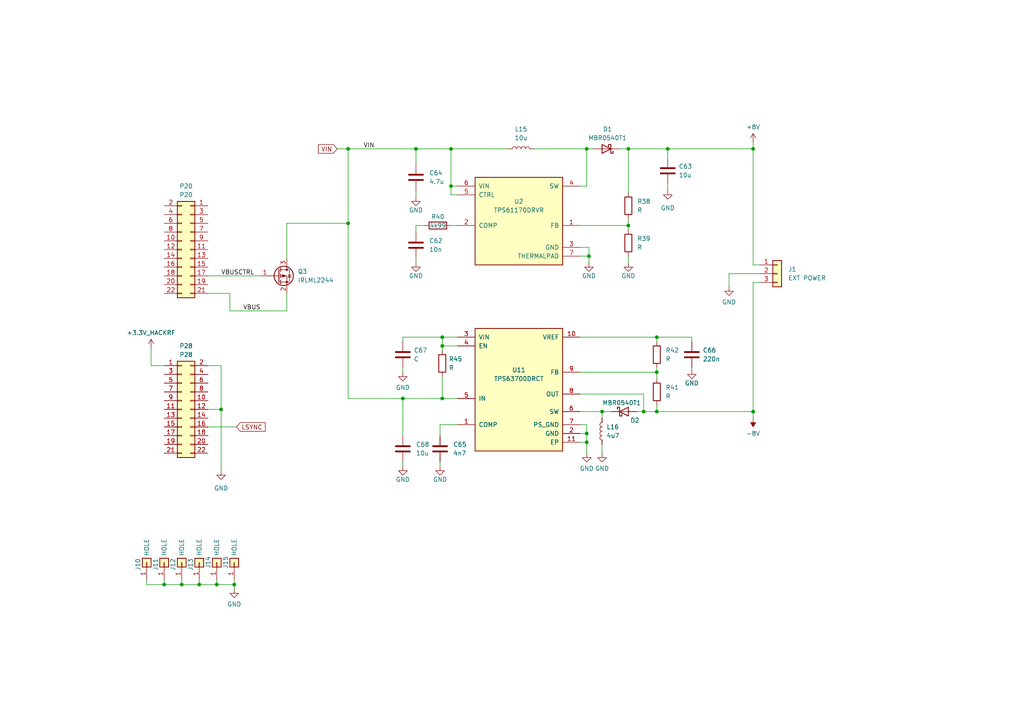
<source format=kicad_sch>
(kicad_sch (version 20230121) (generator eeschema)
  (paper "A4")
  (title_block (title "${TITLE}") (date "${DATE}") (rev "${VERSION}") (company "${COPYRIGHT}") (comment 1 "${LICENSE}") (comment 2 "POWER SUPPLY"))
  (lib_symbols
    (symbol "+3.3v_hackrf:+3.3V_HACKRF" (power) (pin_names (offset 0))
      (property "Value" "+3.3V_HACKRF" (at 0 5.08 0))
      (symbol "+3.3V_HACKRF_0_1"
        (polyline (pts (xy -0.762 1.27) (xy 0 2.54)))
        (polyline (pts (xy 0 0) (xy 0 2.54)))
        (polyline (pts (xy 0 2.54) (xy 0.762 1.27)))
      )
      (symbol "+3.3V_HACKRF_1_0"
        (pin power_in line (at 0 0 90) (length 0) hide (name "+3.3V_HACKRF") (number "1"))
      )
    )
    (symbol "Connector_Generic:Conn_01x01" (pin_names (offset 1.016) hide)
      (property "Reference" "J" (at 0 2.54 0))
      (property "Value" "Conn_01x01" (at 0 -2.54 0))
      (symbol "Conn_01x01_1_1"
        (rectangle (start -1.27 0.127) (end 0 -0.127) (stroke (width 0.1524)))
        (rectangle (start -1.27 1.27) (end 1.27 -1.27) (stroke (width 0.254)) (fill (type background)))
        (pin passive line (at -5.08 0 0) (length 3.81) (name "Pin_1") (number "1"))
      )
    )
    (symbol "Connector_Generic:Conn_01x03" (pin_names (offset 1.016) hide)
      (property "Reference" "J" (at 0 5.08 0))
      (property "Value" "Conn_01x03" (at 0 -5.08 0))
      (symbol "Conn_01x03_1_1"
        (rectangle (start -1.27 -2.413) (end 0 -2.667) (stroke (width 0.1524)))
        (rectangle (start -1.27 0.127) (end 0 -0.127) (stroke (width 0.1524)))
        (rectangle (start -1.27 2.667) (end 0 2.413) (stroke (width 0.1524)))
        (rectangle (start -1.27 3.81) (end 1.27 -3.81) (stroke (width 0.254)) (fill (type background)))
        (pin passive line (at -5.08 2.54 0) (length 3.81) (name "Pin_1") (number "1"))
        (pin passive line (at -5.08 0 0) (length 3.81) (name "Pin_2") (number "2"))
        (pin passive line (at -5.08 -2.54 0) (length 3.81) (name "Pin_3") (number "3"))
      )
    )
    (symbol "Connector_Generic:Conn_02x11_Odd_Even" (pin_names (offset 1.016) hide)
      (property "Reference" "J" (at 1.27 15.24 0))
      (property "Value" "Conn_02x11_Odd_Even" (at 1.27 -15.24 0))
      (symbol "Conn_02x11_Odd_Even_1_1"
        (rectangle (start -1.27 -12.573) (end 0 -12.827) (stroke (width 0.1524)))
        (rectangle (start -1.27 -10.033) (end 0 -10.287) (stroke (width 0.1524)))
        (rectangle (start -1.27 -7.493) (end 0 -7.747) (stroke (width 0.1524)))
        (rectangle (start -1.27 -4.953) (end 0 -5.207) (stroke (width 0.1524)))
        (rectangle (start -1.27 -2.413) (end 0 -2.667) (stroke (width 0.1524)))
        (rectangle (start -1.27 0.127) (end 0 -0.127) (stroke (width 0.1524)))
        (rectangle (start -1.27 2.667) (end 0 2.413) (stroke (width 0.1524)))
        (rectangle (start -1.27 5.207) (end 0 4.953) (stroke (width 0.1524)))
        (rectangle (start -1.27 7.747) (end 0 7.493) (stroke (width 0.1524)))
        (rectangle (start -1.27 10.287) (end 0 10.033) (stroke (width 0.1524)))
        (rectangle (start -1.27 12.827) (end 0 12.573) (stroke (width 0.1524)))
        (rectangle (start -1.27 13.97) (end 3.81 -13.97) (stroke (width 0.254)) (fill (type background)))
        (rectangle (start 3.81 -12.573) (end 2.54 -12.827) (stroke (width 0.1524)))
        (rectangle (start 3.81 -10.033) (end 2.54 -10.287) (stroke (width 0.1524)))
        (rectangle (start 3.81 -7.493) (end 2.54 -7.747) (stroke (width 0.1524)))
        (rectangle (start 3.81 -4.953) (end 2.54 -5.207) (stroke (width 0.1524)))
        (rectangle (start 3.81 -2.413) (end 2.54 -2.667) (stroke (width 0.1524)))
        (rectangle (start 3.81 0.127) (end 2.54 -0.127) (stroke (width 0.1524)))
        (rectangle (start 3.81 2.667) (end 2.54 2.413) (stroke (width 0.1524)))
        (rectangle (start 3.81 5.207) (end 2.54 4.953) (stroke (width 0.1524)))
        (rectangle (start 3.81 7.747) (end 2.54 7.493) (stroke (width 0.1524)))
        (rectangle (start 3.81 10.287) (end 2.54 10.033) (stroke (width 0.1524)))
        (rectangle (start 3.81 12.827) (end 2.54 12.573) (stroke (width 0.1524)))
        (pin passive line (at -5.08 12.7 0) (length 3.81) (name "Pin_1") (number "1"))
        (pin passive line (at 7.62 2.54 180) (length 3.81) (name "Pin_10") (number "10"))
        (pin passive line (at -5.08 0 0) (length 3.81) (name "Pin_11") (number "11"))
        (pin passive line (at 7.62 0 180) (length 3.81) (name "Pin_12") (number "12"))
        (pin passive line (at -5.08 -2.54 0) (length 3.81) (name "Pin_13") (number "13"))
        (pin passive line (at 7.62 -2.54 180) (length 3.81) (name "Pin_14") (number "14"))
        (pin passive line (at -5.08 -5.08 0) (length 3.81) (name "Pin_15") (number "15"))
        (pin passive line (at 7.62 -5.08 180) (length 3.81) (name "Pin_16") (number "16"))
        (pin passive line (at -5.08 -7.62 0) (length 3.81) (name "Pin_17") (number "17"))
        (pin passive line (at 7.62 -7.62 180) (length 3.81) (name "Pin_18") (number "18"))
        (pin passive line (at -5.08 -10.16 0) (length 3.81) (name "Pin_19") (number "19"))
        (pin passive line (at 7.62 12.7 180) (length 3.81) (name "Pin_2") (number "2"))
        (pin passive line (at 7.62 -10.16 180) (length 3.81) (name "Pin_20") (number "20"))
        (pin passive line (at -5.08 -12.7 0) (length 3.81) (name "Pin_21") (number "21"))
        (pin passive line (at 7.62 -12.7 180) (length 3.81) (name "Pin_22") (number "22"))
        (pin passive line (at -5.08 10.16 0) (length 3.81) (name "Pin_3") (number "3"))
        (pin passive line (at 7.62 10.16 180) (length 3.81) (name "Pin_4") (number "4"))
        (pin passive line (at -5.08 7.62 0) (length 3.81) (name "Pin_5") (number "5"))
        (pin passive line (at 7.62 7.62 180) (length 3.81) (name "Pin_6") (number "6"))
        (pin passive line (at -5.08 5.08 0) (length 3.81) (name "Pin_7") (number "7"))
        (pin passive line (at 7.62 5.08 180) (length 3.81) (name "Pin_8") (number "8"))
        (pin passive line (at -5.08 2.54 0) (length 3.81) (name "Pin_9") (number "9"))
      )
    )
    (symbol "Device:C" (pin_numbers hide) (pin_names (offset 0.254))
      (property "Reference" "C" (at 0.635 2.54 0))
      (property "Value" "C" (at 0.635 -2.54 0))
      (symbol "C_0_1"
        (polyline (pts (xy -2.032 -0.762) (xy 2.032 -0.762)) (stroke (width 0.508)))
        (polyline (pts (xy -2.032 0.762) (xy 2.032 0.762)) (stroke (width 0.508)))
      )
      (symbol "C_1_1"
        (pin passive line (at 0 3.81 270) (length 2.794) (name "~") (number "1"))
        (pin passive line (at 0 -3.81 90) (length 2.794) (name "~") (number "2"))
      )
    )
    (symbol "Device:D_Schottky" (pin_numbers hide) (pin_names (offset 1.016) hide)
      (property "Reference" "D" (at 0 2.54 0))
      (property "Value" "D_Schottky" (at 0 -2.54 0))
      (symbol "D_Schottky_0_1"
        (polyline (pts (xy 1.27 0) (xy -1.27 0)))
        (polyline (pts (xy 1.27 1.27) (xy 1.27 -1.27) (xy -1.27 0) (xy 1.27 1.27)) (stroke (width 0.254)))
        (polyline (pts (xy -1.905 0.635) (xy -1.905 1.27) (xy -1.27 1.27) (xy -1.27 -1.27) (xy -0.635 -1.27) (xy -0.635 -0.635)) (stroke (width 0.254)))
      )
      (symbol "D_Schottky_1_1"
        (pin passive line (at -3.81 0 0) (length 2.54) (name "K") (number "1"))
        (pin passive line (at 3.81 0 180) (length 2.54) (name "A") (number "2"))
      )
    )
    (symbol "Device:L" (pin_numbers hide) (pin_names (offset 1.016) hide)
      (property "Reference" "L" (at -1.27 0 90))
      (property "Value" "L" (at 1.905 0 90))
      (symbol "L_0_1"
        (arc (start 0 -2.54) (mid 0.6323 -1.905) (end 0 -1.27))
        (arc (start 0 -1.27) (mid 0.6323 -0.635) (end 0 0))
        (arc (start 0 0) (mid 0.6323 0.635) (end 0 1.27))
        (arc (start 0 1.27) (mid 0.6323 1.905) (end 0 2.54))
      )
      (symbol "L_1_1"
        (pin passive line (at 0 3.81 270) (length 1.27) (name "1") (number "1"))
        (pin passive line (at 0 -3.81 90) (length 1.27) (name "2") (number "2"))
      )
    )
    (symbol "Device:R" (pin_numbers hide) (pin_names (offset 0))
      (property "Reference" "R" (at 2.032 0 90))
      (property "Value" "R" (at 0 0 90))
      (symbol "R_0_1"
        (rectangle (start -1.016 -2.54) (end 1.016 2.54) (stroke (width 0.254)))
      )
      (symbol "R_1_1"
        (pin passive line (at 0 3.81 270) (length 1.27) (name "~") (number "1"))
        (pin passive line (at 0 -3.81 90) (length 1.27) (name "~") (number "2"))
      )
    )
    (symbol "TPS61170:TPS61170DRVR" (pin_names (offset 1.016))
      (property "Reference" "U" (at -12.7 13.7 0))
      (property "Value" "TPS61170DRVR" (at -12.7 -16.7 0))
      (symbol "TPS61170DRVR_1_0"
        (rectangle (start -12.7 12.7) (end 12.7 -12.7) (stroke (width 0.254)) (fill (type background)))
        (pin input line (at 17.78 -1.27 180) (length 5.08) (name "FB") (number "1"))
        (pin output line (at -17.78 -1.27 0) (length 5.08) (name "COMP") (number "2"))
        (pin power_in line (at 17.78 -7.62 180) (length 5.08) (name "GND") (number "3"))
        (pin input line (at 17.78 10.16 180) (length 5.08) (name "SW") (number "4"))
        (pin input line (at -17.78 7.62 0) (length 5.08) (name "CTRL") (number "5"))
        (pin input line (at -17.78 10.16 0) (length 5.08) (name "VIN") (number "6"))
        (pin bidirectional line (at 17.78 -10.16 180) (length 5.08) (name "THERMALPAD") (number "7"))
      )
    )
    (symbol "TPS63700:TPS63700DRCT" (pin_names (offset 1.016))
      (property "Reference" "U" (at -12.7 18.78 0))
      (property "Value" "TPS63700DRCT" (at -12.7 -21.78 0))
      (symbol "TPS63700DRCT_1_0"
        (rectangle (start -12.7 17.78) (end 12.7 -17.78) (stroke (width 0.254)) (fill (type background)))
        (pin bidirectional line (at -17.78 -10.16 0) (length 5.08) (name "COMP") (number "1"))
        (pin output line (at 17.78 15.24 180) (length 5.08) (name "VREF") (number "10"))
        (pin bidirectional line (at 17.78 -15.24 180) (length 5.08) (name "EP") (number "11"))
        (pin power_in line (at 17.78 -12.7 180) (length 5.08) (name "GND") (number "2"))
        (pin input line (at -17.78 15.24 0) (length 5.08) (name "VIN") (number "3"))
        (pin input line (at -17.78 12.7 0) (length 5.08) (name "EN") (number "4"))
        (pin input line (at -17.78 -2.54 0) (length 5.08) (name "IN") (number "5"))
        (pin output line (at 17.78 -6.35 180) (length 5.08) (name "SW") (number "6"))
        (pin power_in line (at 17.78 -10.16 180) (length 5.08) (name "PS_GND") (number "7"))
        (pin input line (at 17.78 -1.27 180) (length 5.08) (name "OUT") (number "8"))
        (pin input line (at 17.78 5.08 180) (length 5.08) (name "FB") (number "9"))
      )
    )
    (symbol "Transistor_FET:IRLML5203" (pin_names hide)
      (property "Reference" "Q" (at 5.08 1.905 0))
      (property "Value" "IRLML5203" (at 5.08 0 0))
      (symbol "IRLML5203_0_1"
        (polyline (pts (xy 0.254 0) (xy -2.54 0)))
        (polyline (pts (xy 0.254 1.905) (xy 0.254 -1.905)) (stroke (width 0.254)))
        (polyline (pts (xy 0.762 -1.27) (xy 0.762 -2.286)) (stroke (width 0.254)))
        (polyline (pts (xy 0.762 0.508) (xy 0.762 -0.508)) (stroke (width 0.254)))
        (polyline (pts (xy 0.762 2.286) (xy 0.762 1.27)) (stroke (width 0.254)))
        (polyline (pts (xy 2.54 2.54) (xy 2.54 1.778)))
        (polyline (pts (xy 2.54 -2.54) (xy 2.54 0) (xy 0.762 0)))
        (polyline (pts (xy 0.762 1.778) (xy 3.302 1.778) (xy 3.302 -1.778) (xy 0.762 -1.778)))
        (polyline (pts (xy 2.286 0) (xy 1.27 0.381) (xy 1.27 -0.381) (xy 2.286 0)) (fill (type outline)))
        (polyline (pts (xy 2.794 -0.508) (xy 2.921 -0.381) (xy 3.683 -0.381) (xy 3.81 -0.254)))
        (polyline (pts (xy 3.302 -0.381) (xy 2.921 0.254) (xy 3.683 0.254) (xy 3.302 -0.381)))
        (circle (center 1.651 0) (radius 2.794) (stroke (width 0.254)))
        (circle (center 2.54 -1.778) (radius 0.254) (fill (type outline)))
        (circle (center 2.54 1.778) (radius 0.254) (fill (type outline)))
      )
      (symbol "IRLML5203_1_1"
        (pin input line (at -5.08 0 0) (length 2.54) (name "G") (number "1"))
        (pin passive line (at 2.54 -5.08 90) (length 2.54) (name "S") (number "2"))
        (pin passive line (at 2.54 5.08 270) (length 2.54) (name "D") (number "3"))
      )
    )
    (symbol "power:+8V" (power) (pin_names (offset 0))
      (property "Value" "+8V" (at 0 3.556 0))
      (symbol "+8V_0_1"
        (polyline (pts (xy -0.762 1.27) (xy 0 2.54)))
        (polyline (pts (xy 0 0) (xy 0 2.54)))
        (polyline (pts (xy 0 2.54) (xy 0.762 1.27)))
      )
      (symbol "+8V_1_1"
        (pin power_in line (at 0 0 90) (length 0) hide (name "+8V") (number "1"))
      )
    )
    (symbol "power:-8V" (power) (pin_names (offset 0))
      (property "Value" "-8V" (at 0 3.81 0))
      (symbol "-8V_0_0"
        (pin power_in line (at 0 0 90) (length 0) hide (name "-8V") (number "1"))
      )
      (symbol "-8V_0_1"
        (polyline (pts (xy 0 0) (xy 0 1.27) (xy 0.762 1.27) (xy 0 2.54) (xy -0.762 1.27) (xy 0 1.27)) (fill (type outline)))
      )
    )
    (symbol "power:GND" (power) (pin_names (offset 0))
      (property "Value" "GND" (at 0 -3.81 0))
      (symbol "GND_0_1"
        (polyline (pts (xy 0 0) (xy 0 -1.27) (xy 1.27 -1.27) (xy 0 -2.54) (xy -1.27 -1.27) (xy 0 -1.27)))
      )
      (symbol "GND_1_1"
        (pin power_in line (at 0 0 270) (length 0) hide (name "GND") (number "1"))
      )
    )
  )
  (junction (at 174.625 119.38))
  (junction (at 57.785 169.545))
  (junction (at 190.5 119.38))
  (junction (at 186.69 119.38))
  (junction (at 67.945 169.545))
  (junction (at 64.135 118.745))
  (junction (at 120.65 43.18))
  (junction (at 52.705 169.545))
  (junction (at 170.18 43.18))
  (junction (at 116.84 115.57))
  (junction (at 128.27 100.33))
  (junction (at 100.965 43.18))
  (junction (at 128.27 115.57))
  (junction (at 170.815 74.295))
  (junction (at 182.245 65.405))
  (junction (at 130.81 43.18))
  (junction (at 170.18 125.73))
  (junction (at 100.965 64.77))
  (junction (at 170.18 128.27))
  (junction (at 62.865 169.545))
  (junction (at 218.44 119.38))
  (junction (at 218.44 43.18))
  (junction (at 128.27 97.79))
  (junction (at 47.625 169.545))
  (junction (at 190.5 107.95))
  (junction (at 193.675 43.18))
  (junction (at 190.5 97.79))
  (junction (at 182.245 43.18))
  (junction (at 130.81 53.975))
  (wire (pts (xy 100.965 115.57) (xy 100.965 64.77)))
  (wire (pts (xy 116.84 106.68) (xy 116.84 107.95)))
  (wire (pts (xy 168.275 97.79) (xy 190.5 97.79)))
  (wire (pts (xy 120.65 74.93) (xy 120.65 76.2)))
  (wire (pts (xy 218.44 41.275) (xy 218.44 43.18)))
  (wire (pts (xy 67.945 169.545) (xy 67.945 170.815)))
  (wire (pts (xy 128.27 100.33) (xy 132.715 100.33)))
  (wire (pts (xy 60.325 106.045) (xy 64.135 106.045)))
  (wire (pts (xy 100.965 43.18) (xy 97.79 43.18)))
  (wire (pts (xy 43.815 100.965) (xy 43.815 106.045)))
  (wire (pts (xy 186.69 119.38) (xy 190.5 119.38)))
  (wire (pts (xy 60.325 80.01) (xy 75.565 80.01)))
  (wire (pts (xy 123.19 65.405) (xy 120.65 65.405)))
  (wire (pts (xy 182.245 43.18) (xy 182.245 55.88)))
  (wire (pts (xy 116.84 133.985) (xy 116.84 135.255)))
  (wire (pts (xy 128.27 101.6) (xy 128.27 100.33)))
  (wire (pts (xy 62.865 169.545) (xy 67.945 169.545)))
  (wire (pts (xy 60.325 123.825) (xy 68.58 123.825)))
  (wire (pts (xy 128.27 115.57) (xy 116.84 115.57)))
  (wire (pts (xy 128.27 97.79) (xy 132.715 97.79)))
  (wire (pts (xy 168.275 125.73) (xy 170.18 125.73)))
  (wire (pts (xy 193.675 43.18) (xy 218.44 43.18)))
  (wire (pts (xy 211.455 79.375) (xy 211.455 83.185)))
  (wire (pts (xy 57.785 169.545) (xy 62.865 169.545)))
  (wire (pts (xy 42.545 169.545) (xy 42.545 168.275)))
  (wire (pts (xy 218.44 119.38) (xy 218.44 121.285)))
  (wire (pts (xy 193.675 43.18) (xy 193.675 45.72)))
  (wire (pts (xy 186.69 114.3) (xy 186.69 119.38)))
  (wire (pts (xy 218.44 81.915) (xy 218.44 119.38)))
  (wire (pts (xy 190.5 119.38) (xy 190.5 117.475)))
  (wire (pts (xy 174.625 119.38) (xy 174.625 121.285)))
  (wire (pts (xy 120.65 65.405) (xy 120.65 67.31)))
  (wire (pts (xy 130.81 53.975) (xy 132.715 53.975)))
  (wire (pts (xy 127.635 133.985) (xy 127.635 135.255)))
  (wire (pts (xy 220.345 81.915) (xy 218.44 81.915)))
  (wire (pts (xy 190.5 106.68) (xy 190.5 107.95)))
  (wire (pts (xy 52.705 169.545) (xy 57.785 169.545)))
  (wire (pts (xy 67.945 168.275) (xy 67.945 169.545)))
  (wire (pts (xy 170.815 74.295) (xy 170.815 76.2)))
  (wire (pts (xy 182.245 63.5) (xy 182.245 65.405)))
  (wire (pts (xy 170.18 53.975) (xy 168.275 53.975)))
  (wire (pts (xy 168.275 107.95) (xy 190.5 107.95)))
  (wire (pts (xy 182.245 74.295) (xy 182.245 76.2)))
  (wire (pts (xy 47.625 169.545) (xy 42.545 169.545)))
  (wire (pts (xy 130.81 56.515) (xy 130.81 53.975)))
  (wire (pts (xy 170.18 128.27) (xy 170.18 131.445)))
  (wire (pts (xy 132.715 115.57) (xy 128.27 115.57)))
  (wire (pts (xy 116.84 115.57) (xy 116.84 126.365)))
  (wire (pts (xy 127.635 123.19) (xy 127.635 126.365)))
  (wire (pts (xy 154.94 43.18) (xy 170.18 43.18)))
  (wire (pts (xy 83.185 85.09) (xy 83.185 90.17)))
  (wire (pts (xy 120.65 43.18) (xy 120.65 47.625)))
  (wire (pts (xy 132.715 56.515) (xy 130.81 56.515)))
  (wire (pts (xy 132.715 123.19) (xy 127.635 123.19)))
  (wire (pts (xy 52.705 168.275) (xy 52.705 169.545)))
  (wire (pts (xy 168.275 65.405) (xy 182.245 65.405)))
  (wire (pts (xy 83.185 64.77) (xy 100.965 64.77)))
  (wire (pts (xy 116.84 97.79) (xy 116.84 99.06)))
  (wire (pts (xy 116.84 115.57) (xy 100.965 115.57)))
  (wire (pts (xy 100.965 43.18) (xy 120.65 43.18)))
  (wire (pts (xy 100.965 43.18) (xy 100.965 64.77)))
  (wire (pts (xy 64.135 118.745) (xy 64.135 136.525)))
  (wire (pts (xy 220.345 76.835) (xy 218.44 76.835)))
  (wire (pts (xy 128.27 115.57) (xy 128.27 109.22)))
  (wire (pts (xy 47.625 168.275) (xy 47.625 169.545)))
  (wire (pts (xy 52.705 169.545) (xy 47.625 169.545)))
  (wire (pts (xy 170.18 43.18) (xy 172.085 43.18)))
  (wire (pts (xy 190.5 119.38) (xy 218.44 119.38)))
  (wire (pts (xy 60.325 85.09) (xy 66.675 85.09)))
  (wire (pts (xy 190.5 97.79) (xy 190.5 99.06)))
  (wire (pts (xy 170.18 123.19) (xy 170.18 125.73)))
  (wire (pts (xy 168.275 74.295) (xy 170.815 74.295)))
  (wire (pts (xy 170.18 128.27) (xy 168.275 128.27)))
  (wire (pts (xy 174.625 128.905) (xy 174.625 131.445)))
  (wire (pts (xy 170.815 71.755) (xy 170.815 74.295)))
  (wire (pts (xy 128.27 97.79) (xy 116.84 97.79)))
  (wire (pts (xy 193.675 53.34) (xy 193.675 55.245)))
  (wire (pts (xy 218.44 76.835) (xy 218.44 43.18)))
  (wire (pts (xy 168.275 123.19) (xy 170.18 123.19)))
  (wire (pts (xy 179.705 43.18) (xy 182.245 43.18)))
  (wire (pts (xy 57.785 168.275) (xy 57.785 169.545)))
  (wire (pts (xy 120.65 55.245) (xy 120.65 57.15)))
  (wire (pts (xy 190.5 107.95) (xy 190.5 109.855)))
  (wire (pts (xy 62.865 168.275) (xy 62.865 169.545)))
  (wire (pts (xy 130.81 43.18) (xy 120.65 43.18)))
  (wire (pts (xy 174.625 119.38) (xy 177.165 119.38)))
  (wire (pts (xy 43.815 106.045) (xy 47.625 106.045)))
  (wire (pts (xy 190.5 97.79) (xy 200.66 97.79)))
  (wire (pts (xy 64.135 106.045) (xy 64.135 118.745)))
  (wire (pts (xy 83.185 64.77) (xy 83.185 74.93)))
  (wire (pts (xy 170.18 43.18) (xy 170.18 53.975)))
  (wire (pts (xy 60.325 118.745) (xy 64.135 118.745)))
  (wire (pts (xy 66.675 90.17) (xy 83.185 90.17)))
  (wire (pts (xy 184.785 119.38) (xy 186.69 119.38)))
  (wire (pts (xy 128.27 100.33) (xy 128.27 97.79)))
  (wire (pts (xy 220.345 79.375) (xy 211.455 79.375)))
  (wire (pts (xy 130.81 65.405) (xy 132.715 65.405)))
  (wire (pts (xy 182.245 65.405) (xy 182.245 66.675)))
  (wire (pts (xy 170.18 125.73) (xy 170.18 128.27)))
  (wire (pts (xy 182.245 43.18) (xy 193.675 43.18)))
  (wire (pts (xy 168.275 114.3) (xy 186.69 114.3)))
  (wire (pts (xy 130.81 53.975) (xy 130.81 43.18)))
  (wire (pts (xy 130.81 43.18) (xy 147.32 43.18)))
  (wire (pts (xy 168.275 119.38) (xy 174.625 119.38)))
  (wire (pts (xy 200.66 106.68) (xy 200.66 107.315)))
  (wire (pts (xy 66.675 85.09) (xy 66.675 90.17)))
  (wire (pts (xy 168.275 71.755) (xy 170.815 71.755)))
  (wire (pts (xy 200.66 97.79) (xy 200.66 99.06)))
  (label "VIN" (at 105.41 43.18 0))
  (label "VBUSCTRL" (at 64.135 80.01 0))
  (label "VBUS" (at 70.485 90.17 0))
  (global_label "VIN" (shape input) (at 97.79 43.18 180) (property "Intersheetrefs" "${INTERSHEET_REFS}" (effects hide)))
  (global_label "LSYNC" (shape input) (at 68.58 123.825 0) (property "Intersheetrefs" "${INTERSHEET_REFS}" (effects hide)))
  (symbol (lib_id "Device:D_Schottky") (at 175.895 43.18 180) (unit 1)
    (property "Reference" "D1" (at 176.2125 37.465 0))
    (property "Value" "MBR0540T1" (at 176.2125 40.005 0))
    (property "Footprint" "Diode_SMD:D_SOD-123" (effects hide))
  )
  (symbol (lib_id "power:GND") (at 170.815 76.2 0) (unit 1)
    (property "Reference" "#PWR070" (effects hide))
    (property "Value" "GND" (at 170.815 80.01 0))
  )
  (symbol (lib_id "Connector_Generic:Conn_01x01") (at 67.945 163.195 90) (unit 1)
    (property "Reference" "J15" (at 65.405 161.29 0) (effects (justify right)))
    (property "Value" "HOLE" (at 67.945 156.21 0) (effects (justify right)))
    (property "Footprint" "hackrf:GSG-HOLE126MIL-COPPER" (effects hide))
  )
  (symbol (lib_id "power:GND") (at 120.65 57.15 0) (unit 1)
    (property "Reference" "#PWR074" (effects hide))
    (property "Value" "GND" (at 120.65 60.96 0))
  )
  (symbol (lib_id "Connector_Generic:Conn_01x01") (at 57.785 163.195 90) (unit 1)
    (property "Reference" "J13" (at 55.245 161.925 0) (effects (justify right)))
    (property "Value" "HOLE" (at 57.785 156.21 0) (effects (justify right)))
    (property "Footprint" "hackrf:GSG-HOLE126MIL-COPPER" (effects hide))
  )
  (symbol (lib_id "Transistor_FET:IRLML5203") (at 80.645 80.01 0) (unit 1)
    (property "Reference" "Q3" (at 86.36 78.74 0) (effects (justify left)))
    (property "Value" "IRLML2244" (at 86.36 81.28 0) (effects (justify left)))
    (property "Footprint" "Package_TO_SOT_SMD:SOT-23" (effects hide))
    (property "Datasheet" "https://www.infineon.com/dgdl/irlml5203pbf.pdf?fileId=5546d462533600a40153566868da261d" (effects hide))
  )
  (symbol (lib_id "Device:C") (at 116.84 102.87 0) (unit 1)
    (property "Reference" "C67" (at 120.015 101.6 0) (effects (justify left)))
    (property "Value" "C" (at 120.015 104.14 0) (effects (justify left)))
    (property "Footprint" "Capacitor_SMD:C_0603_1608Metric" (effects hide))
  )
  (symbol (lib_id "Connector_Generic:Conn_01x03") (at 225.425 79.375 0) (unit 1)
    (property "Reference" "J1" (at 228.6 78.105 0) (effects (justify left)))
    (property "Value" "EXT POWER" (at 228.6 80.645 0) (effects (justify left)))
    (property "Footprint" "Connector_Molex:Molex_KK-254_AE-6410-03A_1x03_P2.54mm_Vertical" (effects hide))
  )
  (symbol (lib_id "Connector_Generic:Conn_01x01") (at 52.705 163.195 90) (unit 1)
    (property "Reference" "J12" (at 50.165 161.925 0) (effects (justify right)))
    (property "Value" "HOLE" (at 52.705 156.21 0) (effects (justify right)))
    (property "Footprint" "hackrf:GSG-HOLE126MIL-COPPER" (effects hide))
  )
  (symbol (lib_id "power:GND") (at 116.84 135.255 0) (unit 1)
    (property "Reference" "#PWR082" (effects hide))
    (property "Value" "GND" (at 116.84 139.065 0))
  )
  (symbol (lib_id "power:GND") (at 116.84 107.95 0) (unit 1)
    (property "Reference" "#PWR081" (effects hide))
    (property "Value" "GND" (at 116.84 112.395 0))
  )
  (symbol (lib_id "Device:C") (at 127.635 130.175 0) (unit 1)
    (property "Reference" "C65" (at 131.445 128.905 0) (effects (justify left)))
    (property "Value" "4n7" (at 131.445 131.445 0) (effects (justify left)))
    (property "Footprint" "Capacitor_SMD:C_0603_1608Metric" (effects hide))
  )
  (symbol (lib_id "Device:R") (at 190.5 113.665 0) (unit 1)
    (property "Reference" "R41" (at 193.04 112.395 0) (effects (justify left)))
    (property "Value" "R" (at 193.04 114.935 0) (effects (justify left)))
    (property "Footprint" "Resistor_SMD:R_0603_1608Metric" (effects hide))
  )
  (symbol (lib_id "Connector_Generic:Conn_01x01") (at 47.625 163.195 90) (unit 1)
    (property "Reference" "J11" (at 45.085 161.925 0) (effects (justify right)))
    (property "Value" "HOLE" (at 47.625 156.21 0) (effects (justify right)))
    (property "Footprint" "hackrf:GSG-HOLE126MIL-COPPER" (effects hide))
  )
  (symbol (lib_id "Device:C") (at 120.65 51.435 0) (unit 1)
    (property "Reference" "C64" (at 124.46 50.165 0) (effects (justify left)))
    (property "Value" "4.7u" (at 124.46 52.705 0) (effects (justify left)))
    (property "Footprint" "Capacitor_SMD:C_1210_3225Metric" (effects hide))
  )
  (symbol (lib_id "Device:R") (at 128.27 105.41 0) (unit 1)
    (property "Reference" "R45" (at 130.175 104.14 0) (effects (justify left)))
    (property "Value" "R" (at 130.175 106.68 0) (effects (justify left)))
    (property "Footprint" "Resistor_SMD:R_0603_1608Metric" (effects hide))
  )
  (symbol (lib_id "Device:D_Schottky") (at 180.975 119.38 0) (unit 1)
    (property "Reference" "D2" (at 184.15 121.92 0))
    (property "Value" "MBR0540T1" (at 180.34 116.84 0))
    (property "Footprint" "Diode_SMD:D_SOD-123" (effects hide))
  )
  (symbol (lib_id "power:GND") (at 182.245 76.2 0) (unit 1)
    (property "Reference" "#PWR071" (effects hide))
    (property "Value" "GND" (at 182.245 80.01 0))
  )
  (symbol (lib_id "Device:C") (at 120.65 71.12 0) (unit 1)
    (property "Reference" "C62" (at 124.46 69.85 0) (effects (justify left)))
    (property "Value" "10n" (at 124.46 72.39 0) (effects (justify left)))
    (property "Footprint" "Capacitor_SMD:C_0603_1608Metric" (effects hide))
  )
  (symbol (lib_id "power:GND") (at 67.945 170.815 0) (unit 1)
    (property "Reference" "#PWR0101" (effects hide))
    (property "Value" "GND" (at 67.945 175.26 0))
  )
  (symbol (lib_id "TPS63700:TPS63700DRCT") (at 150.495 113.03 0) (unit 1)
    (property "Reference" "U11" (at 150.495 107.315 0))
    (property "Value" "TPS63700DRCT" (at 150.495 109.855 0))
    (property "Footprint" "TPS63700DRCT:VREG_V62_16624-01YE" (effects hide))
    (property "MF" "Texas Instruments" (effects hide))
    (property "Description" "\nAdjustable, -15V Output Inverting DC/DC Converter in 3x3 QFN\n" (effects hide))
    (property "Package" "VSON-10 Texas Instruments" (effects hide))
    (property "Price" "None" (effects hide))
    (property "SnapEDA_Link" "https://www.snapeda.com/parts/TPS63700DRCT/Texas+Instruments/view-part/?ref=snap" (effects hide))
    (property "MP" "TPS63700DRCT" (effects hide))
    (property "Purchase-URL" "https://www.snapeda.com/api/url_track_click_mouser/?unipart_id=301508&manufacturer=Texas Instruments&part_name=TPS63700DRCT&search_term=None" (effects hide))
    (property "Availability" "In Stock" (effects hide))
    (property "Check_prices" "https://www.snapeda.com/parts/TPS63700DRCT/Texas+Instruments/view-part/?ref=eda" (effects hide))
  )
  (symbol (lib_id "power:GND") (at 170.18 131.445 0) (unit 1)
    (property "Reference" "#PWR076" (effects hide))
    (property "Value" "GND" (at 170.18 135.89 0))
  )
  (symbol (lib_id "Device:C") (at 200.66 102.87 0) (unit 1)
    (property "Reference" "C66" (at 203.835 101.6 0) (effects (justify left)))
    (property "Value" "220n" (at 203.835 104.14 0) (effects (justify left)))
    (property "Footprint" "Capacitor_SMD:C_0603_1608Metric" (effects hide))
  )
  (symbol (lib_id "Device:R") (at 182.245 59.69 0) (unit 1)
    (property "Reference" "R38" (at 184.785 58.42 0) (effects (justify left)))
    (property "Value" "R" (at 184.785 60.96 0) (effects (justify left)))
    (property "Footprint" "Resistor_SMD:R_0603_1608Metric" (effects hide))
  )
  (symbol (lib_id "Connector_Generic:Conn_02x11_Odd_Even") (at 55.245 72.39 0) (mirror y) (unit 1)
    (property "Reference" "P20" (at 53.975 53.975 0))
    (property "Value" "P20" (at 53.975 56.515 0))
    (property "Footprint" "hackrf:GSG-HEADER-2x11" (effects hide))
  )
  (symbol (lib_id "power:GND") (at 200.66 107.315 0) (unit 1)
    (property "Reference" "#PWR078" (effects hide))
    (property "Value" "GND" (at 200.66 111.125 0))
  )
  (symbol (lib_id "power:GND") (at 120.65 76.2 0) (unit 1)
    (property "Reference" "#PWR072" (effects hide))
    (property "Value" "GND" (at 120.65 80.01 0))
  )
  (symbol (lib_id "power:GND") (at 127.635 135.255 0) (unit 1)
    (property "Reference" "#PWR075" (effects hide))
    (property "Value" "GND" (at 127.635 139.065 0))
  )
  (symbol (lib_id "power:GND") (at 211.455 83.185 0) (unit 1)
    (property "Reference" "#PWR080" (effects hide))
    (property "Value" "GND" (at 211.455 87.63 0))
  )
  (symbol (lib_id "TPS61170:TPS61170DRVR") (at 150.495 64.135 0) (unit 1)
    (property "Reference" "U2" (at 150.495 58.42 0))
    (property "Value" "TPS61170DRVR" (at 150.495 60.96 0))
    (property "Footprint" "TPS61170DRVR:SON65P200X200X80-7N" (effects hide))
    (property "MF" "Texas Instruments" (effects hide))
    (property "Description" "\n1.2A Switch, 38V High Voltage Boost Converter in 2x2mm QFN Package\n" (effects hide))
    (property "Package" "WSON-6 Texas Instruments" (effects hide))
    (property "Price" "None" (effects hide))
    (property "SnapEDA_Link" "https://www.snapeda.com/parts/TPS61170DRVR/Texas+Instruments/view-part/?ref=snap" (effects hide))
    (property "MP" "TPS61170DRVR" (effects hide))
    (property "Purchase-URL" "https://www.snapeda.com/api/url_track_click_mouser/?unipart_id=381616&manufacturer=Texas Instruments&part_name=TPS61170DRVR&search_term=None" (effects hide))
    (property "Availability" "In Stock" (effects hide))
    (property "Check_prices" "https://www.snapeda.com/parts/TPS61170DRVR/Texas+Instruments/view-part/?ref=eda" (effects hide))
  )
  (symbol (lib_id "power:GND") (at 174.625 131.445 0) (unit 1)
    (property "Reference" "#PWR077" (effects hide))
    (property "Value" "GND" (at 174.625 135.89 0))
  )
  (symbol (lib_id "Device:L") (at 174.625 125.095 180) (unit 1)
    (property "Reference" "L16" (at 175.895 123.825 0) (effects (justify right)))
    (property "Value" "4u7" (at 175.895 126.365 0) (effects (justify right)))
    (property "Footprint" "Inductor_SMD:L_1210_3225Metric" (effects hide))
  )
  (symbol (lib_id "Connector_Generic:Conn_02x11_Odd_Even") (at 52.705 118.745 0) (unit 1)
    (property "Reference" "P28" (at 53.975 100.33 0))
    (property "Value" "P28" (at 53.975 102.87 0))
    (property "Footprint" "hackrf:GSG-HEADER-2x11" (effects hide))
  )
  (symbol (lib_id "Connector_Generic:Conn_01x01") (at 62.865 163.195 90) (unit 1)
    (property "Reference" "J14" (at 60.325 161.29 0) (effects (justify right)))
    (property "Value" "HOLE" (at 62.865 156.21 0) (effects (justify right)))
    (property "Footprint" "hackrf:GSG-HOLE126MIL-COPPER" (effects hide))
  )
  (symbol (lib_id "power:GND") (at 193.675 55.245 0) (unit 1)
    (property "Reference" "#PWR073" (effects hide))
    (property "Value" "GND" (at 193.675 60.325 0))
  )
  (symbol (lib_id "Device:C") (at 116.84 130.175 0) (unit 1)
    (property "Reference" "C68" (at 120.65 128.905 0) (effects (justify left)))
    (property "Value" "10u" (at 120.65 131.445 0) (effects (justify left)))
    (property "Footprint" "Capacitor_SMD:C_1210_3225Metric" (effects hide))
  )
  (symbol (lib_id "Device:R") (at 127 65.405 90) (unit 1)
    (property "Reference" "R40" (at 127 62.865 90))
    (property "Value" "4k99" (at 127 65.405 90))
    (property "Footprint" "Resistor_SMD:R_0603_1608Metric" (effects hide))
  )
  (symbol (lib_id "+3.3v_hackrf:+3.3V_HACKRF") (at 43.815 100.965 0) (unit 1)
    (property "Reference" "#PWR0103" (effects hide))
    (property "Value" "+3.3V_HACKRF" (at 43.815 96.52 0))
  )
  (symbol (lib_id "power:+8V") (at 218.44 41.275 0) (unit 1)
    (property "Reference" "#PWR049" (effects hide))
    (property "Value" "+8V" (at 218.44 36.83 0))
  )
  (symbol (lib_id "Device:R") (at 182.245 70.485 0) (unit 1)
    (property "Reference" "R39" (at 184.785 69.215 0) (effects (justify left)))
    (property "Value" "R" (at 184.785 71.755 0) (effects (justify left)))
    (property "Footprint" "Resistor_SMD:R_0603_1608Metric" (effects hide))
  )
  (symbol (lib_id "power:GND") (at 64.135 136.525 0) (unit 1)
    (property "Reference" "#PWR0102" (effects hide))
    (property "Value" "GND" (at 64.135 141.605 0))
  )
  (symbol (lib_id "Device:R") (at 190.5 102.87 0) (unit 1)
    (property "Reference" "R42" (at 193.04 101.6 0) (effects (justify left)))
    (property "Value" "R" (at 193.04 104.14 0) (effects (justify left)))
    (property "Footprint" "Resistor_SMD:R_0603_1608Metric" (effects hide))
  )
  (symbol (lib_id "power:-8V") (at 218.44 121.285 180) (unit 1)
    (property "Reference" "#PWR050" (effects hide))
    (property "Value" "-8V" (at 218.44 125.73 0))
  )
  (symbol (lib_id "Device:C") (at 193.675 49.53 0) (unit 1)
    (property "Reference" "C63" (at 196.85 48.26 0) (effects (justify left)))
    (property "Value" "10u" (at 196.85 50.8 0) (effects (justify left)))
    (property "Footprint" "Capacitor_SMD:C_1210_3225Metric" (effects hide))
  )
  (symbol (lib_id "Device:L") (at 151.13 43.18 90) (unit 1)
    (property "Reference" "L15" (at 151.13 37.465 90))
    (property "Value" "10u" (at 151.13 40.005 90))
    (property "Footprint" "Inductor_SMD:L_1210_3225Metric" (effects hide))
  )
  (symbol (lib_id "Connector_Generic:Conn_01x01") (at 42.545 163.195 90) (unit 1)
    (property "Reference" "J10" (at 40.005 161.925 0) (effects (justify right)))
    (property "Value" "HOLE" (at 42.545 156.21 0) (effects (justify right)))
    (property "Footprint" "hackrf:GSG-HOLE126MIL-COPPER" (effects hide))
  )
)
</source>
